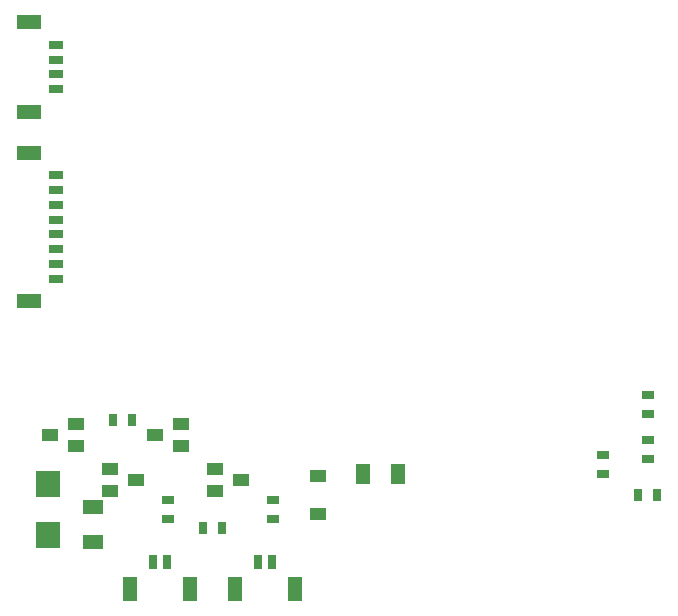
<source format=gbr>
G04 EAGLE Gerber RS-274X export*
G75*
%MOMM*%
%FSLAX34Y34*%
%LPD*%
%INSolderpaste Top*%
%IPPOS*%
%AMOC8*
5,1,8,0,0,1.08239X$1,22.5*%
G01*
G04 Define Apertures*
%ADD10R,2.123900X2.284100*%
%ADD11R,1.361200X1.114600*%
%ADD12R,1.400000X1.000000*%
%ADD13R,0.798700X0.973900*%
%ADD14R,0.973900X0.798700*%
%ADD15R,0.800000X1.200000*%
%ADD16R,1.300000X2.150000*%
%ADD17R,1.200000X0.800000*%
%ADD18R,2.150000X1.300000*%
%ADD19R,1.815300X1.164600*%
%ADD20R,1.164600X1.815300*%
D10*
X38100Y110541D03*
X38100Y67259D03*
D11*
X266700Y117604D03*
X266700Y85596D03*
D12*
X39800Y152400D03*
X61800Y161900D03*
X61800Y142900D03*
X128700Y152400D03*
X150700Y161900D03*
X150700Y142900D03*
D13*
X185952Y73660D03*
X169648Y73660D03*
X109752Y165100D03*
X93448Y165100D03*
D14*
X139700Y80748D03*
X139700Y97052D03*
X228600Y80748D03*
X228600Y97052D03*
D15*
X215900Y45130D03*
X228400Y45130D03*
D16*
X196900Y22180D03*
X247400Y22180D03*
D15*
X127000Y45130D03*
X139500Y45130D03*
D16*
X108000Y22180D03*
X158500Y22180D03*
D17*
X45130Y372170D03*
X45130Y359670D03*
X45130Y347170D03*
X45130Y334670D03*
X45130Y322170D03*
X45130Y309670D03*
X45130Y297170D03*
X45130Y284670D03*
D18*
X22180Y391170D03*
X22180Y265670D03*
D14*
X508000Y118848D03*
X508000Y135152D03*
D13*
X554252Y101600D03*
X537948Y101600D03*
D17*
X45130Y482600D03*
X45130Y470100D03*
X45130Y457600D03*
X45130Y445100D03*
D18*
X22180Y501600D03*
X22180Y426100D03*
D14*
X546100Y169648D03*
X546100Y185952D03*
X546100Y131548D03*
X546100Y147852D03*
D19*
X76200Y90954D03*
X76200Y61446D03*
D20*
X334794Y119380D03*
X305286Y119380D03*
D12*
X112600Y114300D03*
X90600Y104800D03*
X90600Y123800D03*
X201500Y114300D03*
X179500Y104800D03*
X179500Y123800D03*
M02*

</source>
